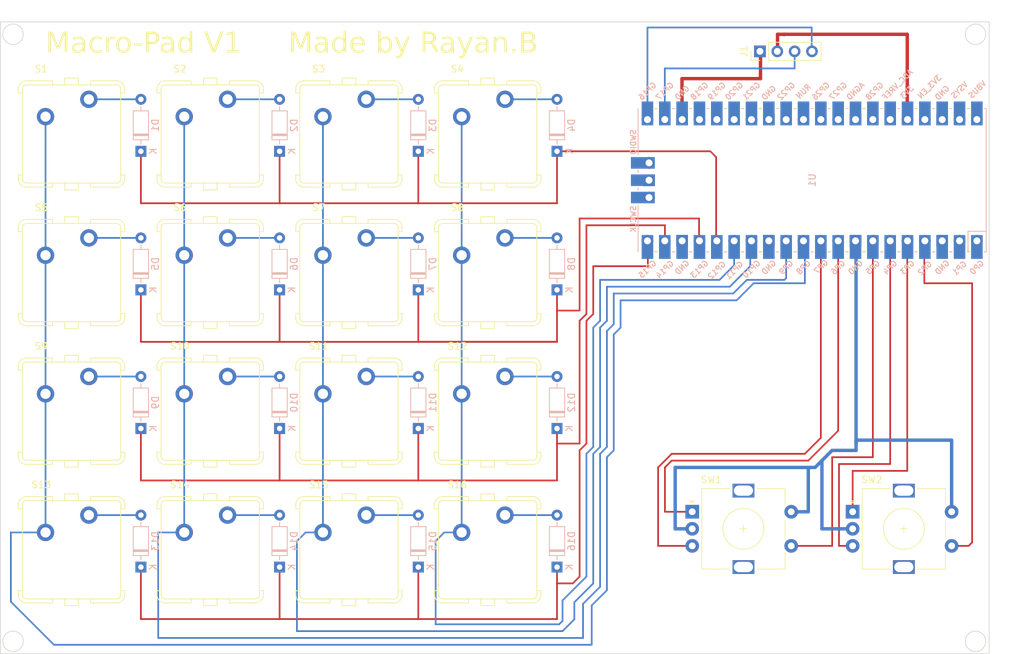
<source format=kicad_pcb>
(kicad_pcb (version 20221018) (generator pcbnew)
  (layers (0 "F.Cu" signal) (31 "B.Cu" signal) (34 "B.Paste" user) (35 "F.Paste" user) (36 "B.SilkS" user "B.Silkscreen") (37 "F.SilkS" user "F.Silkscreen") (38 "B.Mask" user) (39 "F.Mask" user) (44 "Edge.Cuts" user))
  (net 0 "")
  (net 1 "/raw1")
  (net 2 "Net-(D1-A)")
  (net 3 "Net-(D2-A)")
  (net 4 "Net-(D3-A)")
  (net 5 "Net-(D4-A)")
  (net 6 "/raw2")
  (net 7 "Net-(D5-A)")
  (net 8 "Net-(D6-A)")
  (net 9 "Net-(D7-A)")
  (net 10 "Net-(D8-A)")
  (net 11 "/raw3")
  (net 12 "Net-(D9-A)")
  (net 13 "Net-(D10-A)")
  (net 14 "Net-(D11-A)")
  (net 15 "Net-(D12-A)")
  (net 16 "/raw4")
  (net 17 "Net-(D13-A)")
  (net 18 "Net-(D14-A)")
  (net 19 "Net-(D15-A)")
  (net 20 "Net-(D16-A)")
  (net 23 "/gn")
  (net 24 "/r1a")
  (net 25 "/r1b")
  (net 26 "/c1")
  (net 27 "/vcc")
  (net 28 "/r2a")
  (net 29 "/col1")
  (net 30 "/col2")
  (net 31 "/scl")
  (net 32 "/col3")
  (net 33 "/col4")
  (net 34 "/sda")
  (net 35 "/r2b")
  (net 37 "/c21")
  (net 38 "/c22")
  (net 57 "/gn2")
  (footprint "libs:CHERRY_CHERRY_MX" (layer "F.Cu") (at 115.57 54.61)
    (fp_text reference "S1")
    (fp_text value "CHERRY_CHERRY_MX")
  )
  (footprint "libs:CHERRY_CHERRY_MX" (layer "F.Cu") (at 135.89 54.61)
    (fp_text reference "S2")
    (fp_text value "CHERRY_CHERRY_MX")
  )
  (footprint "libs:CHERRY_CHERRY_MX" (layer "F.Cu") (at 156.21 54.61)
    (fp_text reference "S3")
    (fp_text value "CHERRY_CHERRY_MX")
  )
  (footprint "Rotary_Encoder:RotaryEncoder_Alps_EC11E-Switch_Vertical_H20mm" (layer "F.Cu") (at 230 110)
    (fp_text reference "SW2")
    (fp_text value "RotaryEncoder_Switch")
  )
  (footprint "libs:CHERRY_CHERRY_MX" (layer "F.Cu") (at 135.89 115.57)
    (fp_text reference "S14")
    (fp_text value "CHERRY_CHERRY_MX")
  )
  (footprint "libs:CHERRY_CHERRY_MX" (layer "F.Cu") (at 176.53 54.61)
    (fp_text reference "S4")
    (fp_text value "CHERRY_CHERRY_MX")
  )
  (footprint "libs:CHERRY_CHERRY_MX" (layer "F.Cu") (at 115.57 95.25)
    (fp_text reference "S9")
    (fp_text value "CHERRY_CHERRY_MX")
  )
  (footprint "libs:CHERRY_CHERRY_MX" (layer "F.Cu") (at 156.21 74.93)
    (fp_text reference "S7")
    (fp_text value "CHERRY_CHERRY_MX")
  )
  (footprint "libs:CHERRY_CHERRY_MX" (layer "F.Cu") (at 176.53 95.25)
    (fp_text reference "S12")
    (fp_text value "CHERRY_CHERRY_MX")
  )
  (footprint "libs:CHERRY_CHERRY_MX" (layer "F.Cu") (at 156.21 115.57)
    (fp_text reference "S15")
    (fp_text value "CHERRY_CHERRY_MX")
  )
  (footprint "libs:CHERRY_CHERRY_MX" (layer "F.Cu") (at 135.89 74.93)
    (fp_text reference "S6")
    (fp_text value "CHERRY_CHERRY_MX")
  )
  (footprint "libs:CHERRY_CHERRY_MX" (layer "F.Cu") (at 115.57 74.93)
    (fp_text reference "S5")
    (fp_text value "CHERRY_CHERRY_MX")
  )
  (footprint "Rotary_Encoder:RotaryEncoder_Alps_EC11E-Switch_Vertical_H20mm" (layer "F.Cu") (at 206.5 110)
    (fp_text reference "SW1")
    (fp_text value "RotaryEncoder_Switch")
  )
  (footprint "libs:CHERRY_CHERRY_MX" (layer "F.Cu") (at 176.53 74.93)
    (fp_text reference "S8")
    (fp_text value "CHERRY_CHERRY_MX")
  )
  (footprint "libs:CHERRY_CHERRY_MX" (layer "F.Cu") (at 156.21 95.25)
    (fp_text reference "S11")
    (fp_text value "CHERRY_CHERRY_MX")
  )
  (footprint "libs:CHERRY_CHERRY_MX" (layer "F.Cu") (at 135.89 95.25)
    (fp_text reference "S10")
    (fp_text value "CHERRY_CHERRY_MX")
  )
  (footprint "Connector_PinHeader_2.54mm:PinHeader_1x04_P2.54mm_Vertical" (layer "F.Cu") (at 216.42 42.5 90)
    (fp_text reference "J1")
    (fp_text value "Conn_01x04_Socket")
  )
  (footprint "libs:CHERRY_CHERRY_MX" (layer "F.Cu") (at 115.57 115.57)
    (fp_text reference "S13")
    (fp_text value "CHERRY_CHERRY_MX")
  )
  (footprint "libs:CHERRY_CHERRY_MX" (layer "F.Cu") (at 176.53 115.57)
    (fp_text reference "S16")
    (fp_text value "CHERRY_CHERRY_MX")
  )
  (footprint "Diode_THT:D_DO-35_SOD27_P7.62mm_Horizontal" (layer "B.Cu") (at 166.37 97.79 90)
    (fp_text reference "D11")
    (fp_text value "1N4148")
  )
  (footprint "Diode_THT:D_DO-35_SOD27_P7.62mm_Horizontal" (layer "B.Cu") (at 146.05 118.11 90)
    (fp_text reference "D14")
    (fp_text value "1N4148")
  )
  (footprint "Diode_THT:D_DO-35_SOD27_P7.62mm_Horizontal" (layer "B.Cu") (at 186.69 118.11 90)
    (fp_text reference "D16")
    (fp_text value "1N4148")
  )
  (footprint "MCU_RaspberryPi_and_Boards:RPi_Pico_SMD_TH" (layer "B.Cu") (at 224.07 61.39 90)
    (fp_text reference "U1")
    (fp_text value "Pico")
  )
  (footprint "Diode_THT:D_DO-35_SOD27_P7.62mm_Horizontal" (layer "B.Cu") (at 125.73 118.11 90)
    (fp_text reference "D13")
    (fp_text value "1N4148")
  )
  (footprint "Diode_THT:D_DO-35_SOD27_P7.62mm_Horizontal" (layer "B.Cu") (at 166.37 118.11 90)
    (fp_text reference "D15")
    (fp_text value "1N4148")
  )
  (footprint "Diode_THT:D_DO-35_SOD27_P7.62mm_Horizontal" (layer "B.Cu") (at 186.69 97.79 90)
    (fp_text reference "D12")
    (fp_text value "1N4148")
  )
  (footprint "Diode_THT:D_DO-35_SOD27_P7.62mm_Horizontal" (layer "B.Cu") (at 146.05 57.15 90)
    (fp_text reference "D2")
    (fp_text value "1N4148")
  )
  (footprint "Diode_THT:D_DO-35_SOD27_P7.62mm_Horizontal" (layer "B.Cu") (at 146.05 97.79 90)
    (fp_text reference "D10")
    (fp_text value "1N4148")
  )
  (footprint "Diode_THT:D_DO-35_SOD27_P7.62mm_Horizontal" (layer "B.Cu") (at 166.37 57.15 90)
    (fp_text reference "D3")
    (fp_text value "1N4148")
  )
  (footprint "Diode_THT:D_DO-35_SOD27_P7.62mm_Horizontal" (layer "B.Cu") (at 125.73 57.15 90)
    (fp_text reference "D1")
    (fp_text value "1N4148")
  )
  (footprint "Diode_THT:D_DO-35_SOD27_P7.62mm_Horizontal" (layer "B.Cu") (at 186.69 57.15 90)
    (fp_text reference "D4")
    (fp_text value "1N4148")
  )
  (footprint "Diode_THT:D_DO-35_SOD27_P7.62mm_Horizontal" (layer "B.Cu") (at 186.69 77.47 90)
    (fp_text reference "D8")
    (fp_text value "1N4148")
  )
  (footprint "Diode_THT:D_DO-35_SOD27_P7.62mm_Horizontal" (layer "B.Cu") (at 125.73 77.47 90)
    (fp_text reference "D5")
    (fp_text value "1N4148")
  )
  (footprint "Diode_THT:D_DO-35_SOD27_P7.62mm_Horizontal" (layer "B.Cu") (at 166.37 77.47 90)
    (fp_text reference "D7")
    (fp_text value "1N4148")
  )
  (footprint "Diode_THT:D_DO-35_SOD27_P7.62mm_Horizontal" (layer "B.Cu") (at 125.73 97.79 90)
    (fp_text reference "D9")
    (fp_text value "1N4148")
  )
  (footprint "Diode_THT:D_DO-35_SOD27_P7.62mm_Horizontal" (layer "B.Cu") (at 146.05 77.47 90)
    (fp_text reference "D6")
    (fp_text value "1N4148")
  )
  (gr_circle (center 107 129) (end 108.5 129) (stroke (width 0.1)) (fill none) (layer "Edge.Cuts"))
  (gr_circle (center 107 40) (end 108.5 40) (stroke (width 0.1)) (fill none) (layer "Edge.Cuts"))
  (gr_circle (center 248 40) (end 249.5 40) (stroke (width 0.1)) (fill none) (layer "Edge.Cuts"))
  (gr_circle (center 248 129) (end 249.5 129) (stroke (width 0.1)) (fill none) (layer "Edge.Cuts"))
  (gr_rect (start 105.14 38.18) (end 250 130.82) (stroke (width 0.1)) (fill none) (layer "Edge.Cuts"))
  (gr_text "Macro-Pad V1" (at 111.76 43.18) (layer "F.SilkS") (effects (font (size 3 3)) (justify left bottom)))
  (gr_text "Made by Rayan.B" (at 147.32 43.18) (layer "F.SilkS") (effects (font (size 3 3)) (justify left bottom)))
  (segment (start 125.73 64.77) (end 146.05 64.77) (width 0.25) (layer "F.Cu") (net 1))
  (segment (start 125.73 57.15) (end 125.73 64.77) (width 0.25) (layer "F.Cu") (net 1))
  (segment (start 210 58) (end 210 70.18) (width 0.25) (layer "F.Cu") (net 1))
  (segment (start 210 70.18) (end 210.1 70.28) (width 0.25) (layer "F.Cu") (net 1))
  (segment (start 146.05 64.77) (end 166.37 64.77) (width 0.25) (layer "F.Cu") (net 1))
  (segment (start 166.37 64.77) (end 166.37 57.15) (width 0.25) (layer "F.Cu") (net 1))
  (segment (start 166.37 64.77) (end 186.69 64.77) (width 0.25) (layer "F.Cu") (net 1))
  (segment (start 209.15 57.15) (end 210 58) (width 0.25) (layer "F.Cu") (net 1))
  (segment (start 146.05 64.77) (end 146.05 57.15) (width 0.25) (layer "F.Cu") (net 1))
  (segment (start 186.69 64.77) (end 186.69 57.15) (width 0.25) (layer "F.Cu") (net 1))
  (segment (start 186.69 57.15) (end 209.15 57.15) (width 0.25) (layer "F.Cu") (net 1))
  (segment (start 125.219 49.53) (end 125.73 50.041) (width 0.25) (layer "B.Cu") (net 2))
  (segment (start 125.73 49.53) (end 118.11 49.53) (width 0.25) (layer "B.Cu") (net 2))
  (segment (start 146.05 49.53) (end 138.43 49.53) (width 0.25) (layer "B.Cu") (net 3))
  (segment (start 145.539 49.53) (end 146.05 50.041) (width 0.25) (layer "B.Cu") (net 3))
  (segment (start 166.37 49.53) (end 158.75 49.53) (width 0.25) (layer "B.Cu") (net 4))
  (segment (start 165.859 49.53) (end 166.37 50.041) (width 0.25) (layer "B.Cu") (net 4))
  (segment (start 179.07 49.53) (end 186.69 49.53) (width 0.25) (layer "B.Cu") (net 5))
  (segment (start 207.5 70.22) (end 207.56 70.28) (width 0.25) (layer "F.Cu") (net 6))
  (segment (start 186.69 85.09) (end 166.37 85.09) (width 0.25) (layer "F.Cu") (net 6))
  (segment (start 186.69 80.5) (end 190 80.5) (width 0.25) (layer "F.Cu") (net 6))
  (segment (start 207.5 67) (end 207.5 70.22) (width 0.25) (layer "F.Cu") (net 6))
  (segment (start 146.05 85.09) (end 146.05 77.47) (width 0.25) (layer "F.Cu") (net 6))
  (segment (start 190 67) (end 207.5 67) (width 0.25) (layer "F.Cu") (net 6))
  (segment (start 190 80.5) (end 190 67) (width 0.25) (layer "F.Cu") (net 6))
  (segment (start 166.37 85.09) (end 166.37 77.47) (width 0.25) (layer "F.Cu") (net 6))
  (segment (start 125.73 77.47) (end 125.73 85.09) (width 0.25) (layer "F.Cu") (net 6))
  (segment (start 125.73 85.09) (end 146.05 85.09) (width 0.25) (layer "F.Cu") (net 6))
  (segment (start 146.05 85.09) (end 186.69 85.09) (width 0.25) (layer "F.Cu") (net 6))
  (segment (start 186.69 85.09) (end 186.69 80.5) (width 0.25) (layer "F.Cu") (net 6))
  (segment (start 186.69 80.5) (end 186.69 77.47) (width 0.25) (layer "F.Cu") (net 6))
  (segment (start 118.11 69.85) (end 125.73 69.85) (width 0.25) (layer "B.Cu") (net 7))
  (segment (start 138.43 69.85) (end 146.05 69.85) (width 0.25) (layer "B.Cu") (net 8))
  (segment (start 166.37 69.85) (end 158.75 69.85) (width 0.25) (layer "B.Cu") (net 9))
  (segment (start 186.69 69.85) (end 179.07 69.85) (width 0.25) (layer "B.Cu") (net 10))
  (segment (start 186.69 100) (end 186.69 97.79) (width 0.25) (layer "F.Cu") (net 11))
  (segment (start 190 100) (end 190 82) (width 0.25) (layer "F.Cu") (net 11))
  (segment (start 202.5 68) (end 202.5 70.26) (width 0.25) (layer "F.Cu") (net 11))
  (segment (start 146.05 105.41) (end 166.37 105.41) (width 0.25) (layer "F.Cu") (net 11))
  (segment (start 186.69 105.41) (end 186.69 100) (width 0.25) (layer "F.Cu") (net 11))
  (segment (start 191 68) (end 202.5 68) (width 0.25) (layer "F.Cu") (net 11))
  (segment (start 166.37 105.41) (end 166.37 97.79) (width 0.25) (layer "F.Cu") (net 11))
  (segment (start 166.37 105.41) (end 186.69 105.41) (width 0.25) (layer "F.Cu") (net 11))
  (segment (start 146.05 105.41) (end 146.05 97.79) (width 0.25) (layer "F.Cu") (net 11))
  (segment (start 125.73 105.41) (end 146.05 105.41) (width 0.25) (layer "F.Cu") (net 11))
  (segment (start 190 82) (end 191 81) (width 0.25) (layer "F.Cu") (net 11))
  (segment (start 202.5 70.26) (end 202.48 70.28) (width 0.25) (layer "F.Cu") (net 11))
  (segment (start 191 81) (end 191 68) (width 0.25) (layer "F.Cu") (net 11))
  (segment (start 186.69 100) (end 190 100) (width 0.25) (layer "F.Cu") (net 11))
  (segment (start 125.73 97.79) (end 125.73 105.41) (width 0.25) (layer "F.Cu") (net 11))
  (segment (start 118.11 90.17) (end 125.73 90.17) (width 0.25) (layer "B.Cu") (net 12))
  (segment (start 138.43 90.17) (end 146.05 90.17) (width 0.25) (layer "B.Cu") (net 13))
  (segment (start 158.75 90.17) (end 166.37 90.17) (width 0.25) (layer "B.Cu") (net 14))
  (segment (start 179.07 90.17) (end 186.69 90.17) (width 0.25) (layer "B.Cu") (net 15))
  (segment (start 186.69 120.5) (end 189 120.5) (width 0.25) (layer "F.Cu") (net 16))
  (segment (start 192 81) (end 192 74) (width 0.25) (layer "F.Cu") (net 16))
  (segment (start 200 74) (end 200 70.34) (width 0.25) (layer "F.Cu") (net 16))
  (segment (start 191 82) (end 192 81) (width 0.25) (layer "F.Cu") (net 16))
  (segment (start 192 74) (end 200 74) (width 0.25) (layer "F.Cu") (net 16))
  (segment (start 146.05 125.73) (end 146.05 118.11) (width 0.25) (layer "F.Cu") (net 16))
  (segment (start 186.69 125.73) (end 186.69 120.5) (width 0.25) (layer "F.Cu") (net 16))
  (segment (start 125.73 125.73) (end 146.05 125.73) (width 0.25) (layer "F.Cu") (net 16))
  (segment (start 166.37 125.73) (end 166.37 118.11) (width 0.25) (layer "F.Cu") (net 16))
  (segment (start 125.73 118.11) (end 125.73 125.73) (width 0.25) (layer "F.Cu") (net 16))
  (segment (start 189 120.5) (end 190 119.5) (width 0.25) (layer "F.Cu") (net 16))
  (segment (start 200 70.34) (end 199.94 70.28) (width 0.25) (layer "F.Cu") (net 16))
  (segment (start 191 100) (end 191 82) (width 0.25) (layer "F.Cu") (net 16))
  (segment (start 190 119.5) (end 190 101) (width 0.25) (layer "F.Cu") (net 16))
  (segment (start 186.69 120.5) (end 186.69 118.11) (width 0.25) (layer "F.Cu") (net 16))
  (segment (start 166.37 125.73) (end 186.69 125.73) (width 0.25) (layer "F.Cu") (net 16))
  (segment (start 190 101) (end 191 100) (width 0.25) (layer "F.Cu") (net 16))
  (segment (start 146.05 125.73) (end 166.37 125.73) (width 0.25) (layer "F.Cu") (net 16))
  (segment (start 125.73 110.49) (end 118.11 110.49) (width 0.25) (layer "B.Cu") (net 17))
  (segment (start 146.05 110.49) (end 138.43 110.49) (width 0.25) (layer "B.Cu") (net 18))
  (segment (start 166.37 110.49) (end 158.75 110.49) (width 0.25) (layer "B.Cu") (net 19))
  (segment (start 186.69 110.49) (end 179.07 110.49) (width 0.25) (layer "B.Cu") (net 20))
  (segment (start 224.5 103.5) (end 225.5 102.5) (width 0.5) (layer "B.Cu") (net 23))
  (segment (start 244.5 99.5) (end 230.5 99.5) (width 0.5) (layer "B.Cu") (net 23))
  (segment (start 225.5 112.5) (end 225.5 102.5) (width 0.5) (layer "B.Cu") (net 23))
  (segment (start 204 112.5) (end 206.5 112.5) (width 0.5) (layer "B.Cu") (net 23))
  (segment (start 227 101) (end 230.5 101) (width 0.5) (layer "B.Cu") (net 23))
  (segment (start 223.5 103.5) (end 223.5 110) (width 0.5) (layer "B.Cu") (net 23))
  (segment (start 244.5 110) (end 244.5 99.5) (width 0.5) (layer "B.Cu") (net 23))
  (segment (start 206.5 112.5) (end 206 112) (width 0.25) (layer "B.Cu") (net 23))
  (segment (start 230 112.5) (end 225.5 112.5) (width 0.5) (layer "B.Cu") (net 23))
  (segment (start 225.5 102.5) (end 227 101) (width 0.5) (layer "B.Cu") (net 23))
  (segment (start 223.5 103.5) (end 224.5 103.5) (width 0.5) (layer "B.Cu") (net 23))
  (segment (start 230.5 70.36) (end 230.42 70.28) (width 0.5) (layer "B.Cu") (net 23))
  (segment (start 230.5 101) (end 230.5 100) (width 0.5) (layer "B.Cu") (net 23))
  (segment (start 230.5 100) (end 230.5 99.5) (width 0.5) (layer "B.Cu") (net 23))
  (segment (start 204 103.5) (end 223.5 103.5) (width 0.5) (layer "B.Cu") (net 23))
  (segment (start 204 112.5) (end 204 103.5) (width 0.5) (layer "B.Cu") (net 23))
  (segment (start 230.5 100) (end 230.5 70.36) (width 0.5) (layer "B.Cu") (net 23))
  (segment (start 223.5 110) (end 221 110) (width 0.5) (layer "B.Cu") (net 23))
  (segment (start 203.5 102.5) (end 223.5 102.5) (width 0.25) (layer "F.Cu") (net 24))
  (segment (start 202.5 110) (end 202.5 103.5) (width 0.25) (layer "F.Cu") (net 24))
  (segment (start 227.88 98.12) (end 227.88 70.28) (width 0.25) (layer "F.Cu") (net 24))
  (segment (start 223.5 102.5) (end 227.88 98.12) (width 0.25) (layer "F.Cu") (net 24))
  (segment (start 206.5 110) (end 202.5 110) (width 0.25) (layer "F.Cu") (net 24))
  (segment (start 202.5 103.5) (end 203.5 102.5) (width 0.25) (layer "F.Cu") (net 24))
  (segment (start 201.5 103.5) (end 203.5 101.5) (width 0.25) (layer "F.Cu") (net 25))
  (segment (start 201.5 115) (end 201.5 103.5) (width 0.25) (layer "F.Cu") (net 25))
  (segment (start 223 101.5) (end 225.34 99.16) (width 0.25) (layer "F.Cu") (net 25))
  (segment (start 203.5 101.5) (end 223 101.5) (width 0.25) (layer "F.Cu") (net 25))
  (segment (start 225.34 99.16) (end 225.34 70.28) (width 0.25) (layer "F.Cu") (net 25))
  (segment (start 206.5 115) (end 201.5 115) (width 0.25) (layer "F.Cu") (net 25))
  (segment (start 227 115) (end 227 102) (width 0.25) (layer "F.Cu") (net 26))
  (segment (start 227 102) (end 232.96 102) (width 0.25) (layer "F.Cu") (net 26))
  (segment (start 232.96 102) (end 232.96 70.28) (width 0.25) (layer "F.Cu") (net 26))
  (segment (start 221 115) (end 227 115) (width 0.25) (layer "F.Cu") (net 26))
  (segment (start 220 40) (end 219 40) (width 0.5) (layer "F.Cu") (net 27))
  (segment (start 238 40) (end 238 52.46) (width 0.5) (layer "F.Cu") (net 27))
  (segment (start 219 42.46) (end 218.96 42.5) (width 0.5) (layer "F.Cu") (net 27))
  (segment (start 219 40) (end 219 42.46) (width 0.5) (layer "F.Cu") (net 27))
  (segment (start 238 52.46) (end 238.04 52.5) (width 0.5) (layer "F.Cu") (net 27))
  (segment (start 220 40) (end 238 40) (width 0.5) (layer "F.Cu") (net 27))
  (segment (start 219.96 40.04) (end 220 40) (width 0.5) (layer "F.Cu") (net 27))
  (segment (start 238 70.32) (end 238.04 70.28) (width 0.25) (layer "F.Cu") (net 28))
  (segment (start 238 104) (end 238 70.32) (width 0.25) (layer "F.Cu") (net 28))
  (segment (start 230 104) (end 238 104) (width 0.25) (layer "F.Cu") (net 28))
  (segment (start 230 110) (end 230 104) (width 0.25) (layer "F.Cu") (net 28))
  (segment (start 213 79) (end 215.5 76.5) (width 0.25) (layer "B.Cu") (net 29))
  (segment (start 196 83) (end 196 79) (width 0.25) (layer "B.Cu") (net 29))
  (segment (start 111.76 113.03) (end 106.68 113.03) (width 0.25) (layer "B.Cu") (net 29))
  (segment (start 106.68 123.19) (end 112.99 129.5) (width 0.25) (layer "B.Cu") (net 29))
  (segment (start 223 70.48) (end 222.8 70.28) (width 0.25) (layer "B.Cu") (net 29))
  (segment (start 106.68 113.03) (end 106.68 123.19) (width 0.25) (layer "B.Cu") (net 29))
  (segment (start 191.77 123.73) (end 194 121.5) (width 0.25) (layer "B.Cu") (net 29))
  (segment (start 194 102) (end 195 101) (width 0.25) (layer "B.Cu") (net 29))
  (segment (start 112.99 129.5) (end 191.77 129.5) (width 0.25) (layer "B.Cu") (net 29))
  (segment (start 195 101) (end 195 84) (width 0.25) (layer "B.Cu") (net 29))
  (segment (start 223 76.5) (end 223 70.48) (width 0.25) (layer "B.Cu") (net 29))
  (segment (start 111.76 52.07) (end 111.76 113.03) (width 0.25) (layer "B.Cu") (net 29))
  (segment (start 191.77 129.5) (end 191.77 123.73) (width 0.25) (layer "B.Cu") (net 29))
  (segment (start 195 84) (end 196 83) (width 0.25) (layer "B.Cu") (net 29))
  (segment (start 215.5 76.5) (end 223 76.5) (width 0.25) (layer "B.Cu") (net 29))
  (segment (start 196 79) (end 213 79) (width 0.25) (layer "B.Cu") (net 29))
  (segment (start 194 121.5) (end 194 102) (width 0.25) (layer "B.Cu") (net 29))
  (segment (start 193 101.5) (end 194 100.5) (width 0.25) (layer "B.Cu") (net 30))
  (segment (start 128.27 113.03) (end 128.27 128.5) (width 0.25) (layer "B.Cu") (net 30))
  (segment (start 220.26 75.74) (end 220.26 70.28) (width 0.25) (layer "B.Cu") (net 30))
  (segment (start 132.08 113.03) (end 128.27 113.03) (width 0.25) (layer "B.Cu") (net 30))
  (segment (start 214.5 76) (end 220 76) (width 0.25) (layer "B.Cu") (net 30))
  (segment (start 194 100.5) (end 194 83.5) (width 0.25) (layer "B.Cu") (net 30))
  (segment (start 190.5 128.5) (end 190.5 123.5) (width 0.25) (layer "B.Cu") (net 30))
  (segment (start 194 83.5) (end 195 82.5) (width 0.25) (layer "B.Cu") (net 30))
  (segment (start 212.5 78) (end 214.5 76) (width 0.25) (layer "B.Cu") (net 30))
  (segment (start 195 78) (end 212.5 78) (width 0.25) (layer "B.Cu") (net 30))
  (segment (start 195 82.5) (end 195 78) (width 0.25) (layer "B.Cu") (net 30))
  (segment (start 128.27 128.5) (end 190.5 128.5) (width 0.25) (layer "B.Cu") (net 30))
  (segment (start 220 76) (end 220.26 75.74) (width 0.25) (layer "B.Cu") (net 30))
  (segment (start 193 121) (end 193 101.5) (width 0.25) (layer "B.Cu") (net 30))
  (segment (start 132.08 52.07) (end 132.08 113.03) (width 0.25) (layer "B.Cu") (net 30))
  (segment (start 190.5 123.5) (end 193 121) (width 0.25) (layer "B.Cu") (net 30))
  (segment (start 202.48 52.5) (end 202.5 52.48) (width 0.25) (layer "F.Cu") (net 31))
  (segment (start 221.5 45) (end 221.5 42.5) (width 0.25) (layer "B.Cu") (net 31))
  (segment (start 202.5 45) (end 221.5 45) (width 0.25) (layer "B.Cu") (net 31))
  (segment (start 202.48 45.02) (end 202.5 45) (width 0.25) (layer "B.Cu") (net 31))
  (segment (start 202.48 52.5) (end 202.48 45.02) (width 0.25) (layer "B.Cu") (net 31))
  (segment (start 192 120.5) (end 192 101.5) (width 0.25) (layer "B.Cu") (net 32))
  (segment (start 193 83) (end 194 82) (width 0.25) (layer "B.Cu") (net 32))
  (segment (start 149.86 113.03) (end 148.59 114.3) (width 0.25) (layer "B.Cu") (net 32))
  (segment (start 189.23 125.77) (end 189.23 123.27) (width 0.25) (layer "B.Cu") (net 32))
  (segment (start 148.59 127.5) (end 187.5 127.5) (width 0.25) (layer "B.Cu") (net 32))
  (segment (start 152.4 113.03) (end 149.86 113.03) (width 0.25) (layer "B.Cu") (net 32))
  (segment (start 212 77) (end 215 74) (width 0.25) (layer "B.Cu") (net 32))
  (segment (start 192 101.5) (end 193 100.5) (width 0.25) (layer "B.Cu") (net 32))
  (segment (start 148.59 114.3) (end 148.59 127.5) (width 0.25) (layer "B.Cu") (net 32))
  (segment (start 193 100.5) (end 193 83) (width 0.25) (layer "B.Cu") (net 32))
  (segment (start 189.23 123.27) (end 192 120.5) (width 0.25) (layer "B.Cu") (net 32))
  (segment (start 215 70.46) (end 215.18 70.28) (width 0.25) (layer "B.Cu") (net 32))
  (segment (start 194 77) (end 212 77) (width 0.25) (layer "B.Cu") (net 32))
  (segment (start 152.4 52.07) (end 152.4 113.03) (width 0.25) (layer "B.Cu") (net 32))
  (segment (start 187.5 127.5) (end 189.23 125.77) (width 0.25) (layer "B.Cu") (net 32))
  (segment (start 215 74) (end 215 70.46) (width 0.25) (layer "B.Cu") (net 32))
  (segment (start 194 82) (end 194 77) (width 0.25) (layer "B.Cu") (net 32))
  (segment (start 212.64 73.86) (end 212.64 70.28) (width 0.25) (layer "B.Cu") (net 33))
  (segment (start 187.5 123) (end 191 119.5) (width 0.25) (layer "B.Cu") (net 33))
  (segment (start 168.91 114.3) (end 168.91 126.5) (width 0.25) (layer "B.Cu") (net 33))
  (segment (start 191 119.5) (end 191 101.5) (width 0.25) (layer "B.Cu") (net 33))
  (segment (start 187.5 126) (end 187.5 123) (width 0.25) (layer "B.Cu") (net 33))
  (segment (start 193 82) (end 193 76) (width 0.25) (layer "B.Cu") (net 33))
  (segment (start 192 100.5) (end 192 83) (width 0.25) (layer "B.Cu") (net 33))
  (segment (start 168.91 126.5) (end 187 126.5) (width 0.25) (layer "B.Cu") (net 33))
  (segment (start 191 101.5) (end 192 100.5) (width 0.25) (layer "B.Cu") (net 33))
  (segment (start 187 126.5) (end 187.5 126) (width 0.25) (layer "B.Cu") (net 33))
  (segment (start 192 83) (end 193 82) (width 0.25) (layer "B.Cu") (net 33))
  (segment (start 172.72 52.07) (end 172.72 113.03) (width 0.25) (layer "B.Cu") (net 33))
  (segment (start 170.18 113.03) (end 168.91 114.3) (width 0.25) (layer "B.Cu") (net 33))
  (segment (start 172.72 113.03) (end 170.18 113.03) (width 0.25) (layer "B.Cu") (net 33))
  (segment (start 210.5 76) (end 212.64 73.86) (width 0.25) (layer "B.Cu") (net 33))
  (segment (start 193 76) (end 210.5 76) (width 0.25) (layer "B.Cu") (net 33))
  (segment (start 200 52.44) (end 199.94 52.5) (width 0.25) (layer "F.Cu") (net 34))
  (segment (start 224 39) (end 224 42.46) (width 0.25) (layer "B.Cu") (net 34))
  (segment (start 199.94 39.06) (end 200 39) (width 0.25) (layer "B.Cu") (net 34))
  (segment (start 200 39) (end 224 39) (width 0.25) (layer "B.Cu") (net 34))
  (segment (start 199.94 52.5) (end 199.94 39.06) (width 0.25) (layer "B.Cu") (net 34))
  (segment (start 224 42.46) (end 224.04 42.5) (width 0.25) (layer "B.Cu") (net 34))
  (segment (start 235.5 103) (end 235.5 70.28) (width 0.25) (layer "F.Cu") (net 35))
  (segment (start 228 115) (end 228 103) (width 0.25) (layer "F.Cu") (net 35))
  (segment (start 228 103) (end 235.5 103) (width 0.25) (layer "F.Cu") (net 35))
  (segment (start 230 115) (end 228 115) (width 0.25) (layer "F.Cu") (net 35))
  (segment (start 247 115) (end 247.5 114.5) (width 0.25) (layer "F.Cu") (net 37))
  (segment (start 240.5 70.36) (end 240.58 70.28) (width 0.25) (layer "F.Cu") (net 37))
  (segment (start 247.5 76.5) (end 240.5 76.5) (width 0.25) (layer "F.Cu") (net 37))
  (segment (start 247.5 114.5) (end 247.5 76.5) (width 0.25) (layer "F.Cu") (net 37))
  (segment (start 240.5 76.5) (end 240.5 70.36) (width 0.25) (layer "F.Cu") (net 37))
  (segment (start 244.5 115) (end 247 115) (width 0.25) (layer "F.Cu") (net 37))
  (segment (start 216.5 46.5) (end 216.5 42.58) (width 0.5) (layer "F.Cu") (net 57))
  (segment (start 205 46.5) (end 205 52.48) (width 0.5) (layer "F.Cu") (net 57))
  (segment (start 205 52.48) (end 205.02 52.5) (width 0.25) (layer "F.Cu") (net 57))
  (segment (start 216.5 42.58) (end 216.42 42.5) (width 0.5) (layer "F.Cu") (net 57))
  (segment (start 205 46.5) (end 216.5 46.5) (width 0.5) (layer "F.Cu") (net 57))
)
</source>
